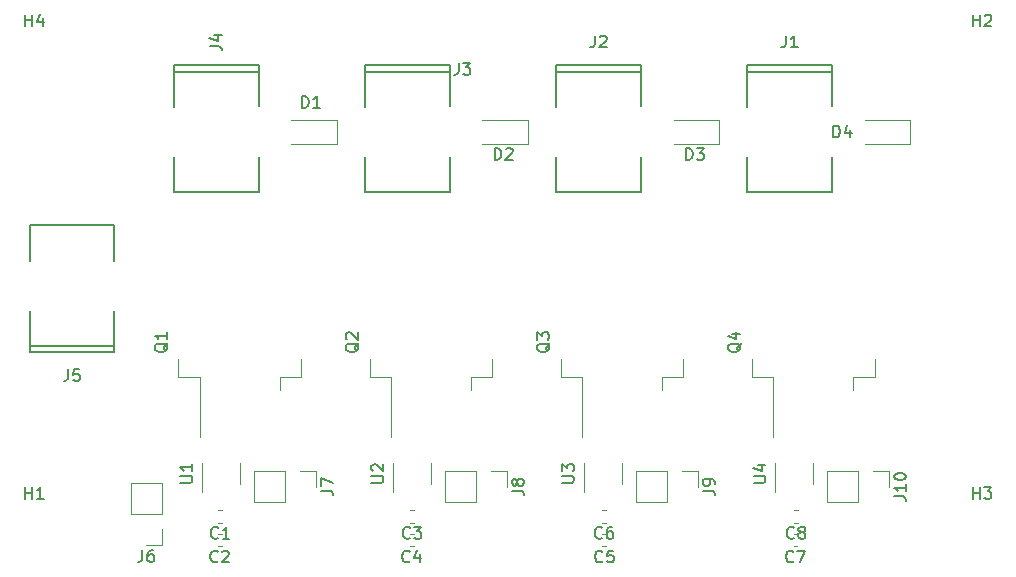
<source format=gto>
G04 #@! TF.GenerationSoftware,KiCad,Pcbnew,5.0.1-33cea8e~68~ubuntu16.04.1*
G04 #@! TF.CreationDate,2019-04-14T12:12:49-04:00*
G04 #@! TF.ProjectId,fieldeffector,6669656C646566666563746F722E6B69,rev?*
G04 #@! TF.SameCoordinates,Original*
G04 #@! TF.FileFunction,Legend,Top*
G04 #@! TF.FilePolarity,Positive*
%FSLAX46Y46*%
G04 Gerber Fmt 4.6, Leading zero omitted, Abs format (unit mm)*
G04 Created by KiCad (PCBNEW 5.0.1-33cea8e~68~ubuntu16.04.1) date Sun 14 Apr 2019 12:12:49 EDT*
%MOMM*%
%LPD*%
G01*
G04 APERTURE LIST*
%ADD10C,0.150000*%
%ADD11C,0.120000*%
G04 APERTURE END LIST*
D10*
G04 #@! TO.C,J3*
X108597660Y-98365320D02*
X108597660Y-95385900D01*
X101439940Y-88164680D02*
X101439940Y-91144100D01*
X108597660Y-88164680D02*
X101439940Y-88164680D01*
X108597660Y-91085680D02*
X108597660Y-88164680D01*
X101439940Y-98365320D02*
X108597660Y-98365320D01*
X101439940Y-95385900D02*
X101439940Y-98365320D01*
X101439940Y-87616040D02*
X101439940Y-88164680D01*
X108597660Y-87616040D02*
X101439940Y-87616040D01*
X108597660Y-88164680D02*
X108597660Y-87616040D01*
G04 #@! TO.C,J2*
X124777660Y-98365320D02*
X124777660Y-95385900D01*
X117619940Y-88164680D02*
X117619940Y-91144100D01*
X124777660Y-88164680D02*
X117619940Y-88164680D01*
X124777660Y-91085680D02*
X124777660Y-88164680D01*
X117619940Y-98365320D02*
X124777660Y-98365320D01*
X117619940Y-95385900D02*
X117619940Y-98365320D01*
X117619940Y-87616040D02*
X117619940Y-88164680D01*
X124777660Y-87616040D02*
X117619940Y-87616040D01*
X124777660Y-88164680D02*
X124777660Y-87616040D01*
G04 #@! TO.C,J5*
X73039940Y-101164680D02*
X73039940Y-104144100D01*
X80197660Y-111365320D02*
X80197660Y-108385900D01*
X73039940Y-111365320D02*
X80197660Y-111365320D01*
X73039940Y-108444320D02*
X73039940Y-111365320D01*
X80197660Y-101164680D02*
X73039940Y-101164680D01*
X80197660Y-104144100D02*
X80197660Y-101164680D01*
X80197660Y-111913960D02*
X80197660Y-111365320D01*
X73039940Y-111913960D02*
X80197660Y-111913960D01*
X73039940Y-111365320D02*
X73039940Y-111913960D01*
D11*
G04 #@! TO.C,Q4*
X142750000Y-113990000D02*
X142750000Y-115090000D01*
X144560000Y-113990000D02*
X142750000Y-113990000D01*
X144560000Y-112490000D02*
X144560000Y-113990000D01*
X135970000Y-113990000D02*
X135970000Y-119115000D01*
X134160000Y-113990000D02*
X135970000Y-113990000D01*
X134160000Y-112490000D02*
X134160000Y-113990000D01*
G04 #@! TO.C,Q3*
X126570000Y-113990000D02*
X126570000Y-115090000D01*
X128380000Y-113990000D02*
X126570000Y-113990000D01*
X128380000Y-112490000D02*
X128380000Y-113990000D01*
X119790000Y-113990000D02*
X119790000Y-119115000D01*
X117980000Y-113990000D02*
X119790000Y-113990000D01*
X117980000Y-112490000D02*
X117980000Y-113990000D01*
G04 #@! TO.C,Q2*
X110390000Y-113990000D02*
X110390000Y-115090000D01*
X112200000Y-113990000D02*
X110390000Y-113990000D01*
X112200000Y-112490000D02*
X112200000Y-113990000D01*
X103610000Y-113990000D02*
X103610000Y-119115000D01*
X101800000Y-113990000D02*
X103610000Y-113990000D01*
X101800000Y-112490000D02*
X101800000Y-113990000D01*
G04 #@! TO.C,Q1*
X94210000Y-113990000D02*
X94210000Y-115090000D01*
X96020000Y-113990000D02*
X94210000Y-113990000D01*
X96020000Y-112490000D02*
X96020000Y-113990000D01*
X87430000Y-113990000D02*
X87430000Y-119115000D01*
X85620000Y-113990000D02*
X87430000Y-113990000D01*
X85620000Y-112490000D02*
X85620000Y-113990000D01*
G04 #@! TO.C,U4*
X136160000Y-121290000D02*
X136160000Y-123740000D01*
X139380000Y-123090000D02*
X139380000Y-121290000D01*
G04 #@! TO.C,U3*
X119945000Y-121290000D02*
X119945000Y-123740000D01*
X123165000Y-123090000D02*
X123165000Y-121290000D01*
G04 #@! TO.C,U2*
X103800000Y-121290000D02*
X103800000Y-123740000D01*
X107020000Y-123090000D02*
X107020000Y-121290000D01*
G04 #@! TO.C,U1*
X87620000Y-121290000D02*
X87620000Y-123740000D01*
X90840000Y-123090000D02*
X90840000Y-121290000D01*
G04 #@! TO.C,J8*
X113410000Y-121960000D02*
X113410000Y-123290000D01*
X112080000Y-121960000D02*
X113410000Y-121960000D01*
X110810000Y-121960000D02*
X110810000Y-124620000D01*
X110810000Y-124620000D02*
X108210000Y-124620000D01*
X110810000Y-121960000D02*
X108210000Y-121960000D01*
X108210000Y-121960000D02*
X108210000Y-124620000D01*
G04 #@! TO.C,J10*
X145770000Y-121960000D02*
X145770000Y-123290000D01*
X144440000Y-121960000D02*
X145770000Y-121960000D01*
X143170000Y-121960000D02*
X143170000Y-124620000D01*
X143170000Y-124620000D02*
X140570000Y-124620000D01*
X143170000Y-121960000D02*
X140570000Y-121960000D01*
X140570000Y-121960000D02*
X140570000Y-124620000D01*
G04 #@! TO.C,J9*
X129575000Y-121960000D02*
X129575000Y-123290000D01*
X128245000Y-121960000D02*
X129575000Y-121960000D01*
X126975000Y-121960000D02*
X126975000Y-124620000D01*
X126975000Y-124620000D02*
X124375000Y-124620000D01*
X126975000Y-121960000D02*
X124375000Y-121960000D01*
X124375000Y-121960000D02*
X124375000Y-124620000D01*
G04 #@! TO.C,J7*
X97230000Y-121960000D02*
X97230000Y-123290000D01*
X95900000Y-121960000D02*
X97230000Y-121960000D01*
X94630000Y-121960000D02*
X94630000Y-124620000D01*
X94630000Y-124620000D02*
X92030000Y-124620000D01*
X94630000Y-121960000D02*
X92030000Y-121960000D01*
X92030000Y-121960000D02*
X92030000Y-124620000D01*
G04 #@! TO.C,J6*
X84230000Y-128195000D02*
X82900000Y-128195000D01*
X84230000Y-126865000D02*
X84230000Y-128195000D01*
X84230000Y-125595000D02*
X81570000Y-125595000D01*
X81570000Y-125595000D02*
X81570000Y-122995000D01*
X84230000Y-125595000D02*
X84230000Y-122995000D01*
X84230000Y-122995000D02*
X81570000Y-122995000D01*
G04 #@! TO.C,C1*
X89312779Y-125305000D02*
X88987221Y-125305000D01*
X89312779Y-126325000D02*
X88987221Y-126325000D01*
G04 #@! TO.C,C2*
X89275279Y-127305000D02*
X88949721Y-127305000D01*
X89275279Y-128325000D02*
X88949721Y-128325000D01*
G04 #@! TO.C,C3*
X105562779Y-125305000D02*
X105237221Y-125305000D01*
X105562779Y-126325000D02*
X105237221Y-126325000D01*
G04 #@! TO.C,C4*
X105525279Y-127305000D02*
X105199721Y-127305000D01*
X105525279Y-128325000D02*
X105199721Y-128325000D01*
G04 #@! TO.C,C5*
X121850279Y-127305000D02*
X121524721Y-127305000D01*
X121850279Y-128325000D02*
X121524721Y-128325000D01*
G04 #@! TO.C,C6*
X121812779Y-125305000D02*
X121487221Y-125305000D01*
X121812779Y-126325000D02*
X121487221Y-126325000D01*
G04 #@! TO.C,C7*
X138025279Y-127305000D02*
X137699721Y-127305000D01*
X138025279Y-128325000D02*
X137699721Y-128325000D01*
G04 #@! TO.C,C8*
X138062779Y-125305000D02*
X137737221Y-125305000D01*
X138062779Y-126325000D02*
X137737221Y-126325000D01*
D10*
G04 #@! TO.C,J4*
X92417660Y-98365320D02*
X92417660Y-95385900D01*
X85259940Y-88164680D02*
X85259940Y-91144100D01*
X92417660Y-88164680D02*
X85259940Y-88164680D01*
X92417660Y-91085680D02*
X92417660Y-88164680D01*
X85259940Y-98365320D02*
X92417660Y-98365320D01*
X85259940Y-95385900D02*
X85259940Y-98365320D01*
X85259940Y-87616040D02*
X85259940Y-88164680D01*
X92417660Y-87616040D02*
X85259940Y-87616040D01*
X92417660Y-88164680D02*
X92417660Y-87616040D01*
D11*
G04 #@! TO.C,D1*
X99020000Y-94265000D02*
X95170000Y-94265000D01*
X99020000Y-92265000D02*
X95170000Y-92265000D01*
X99020000Y-94265000D02*
X99020000Y-92265000D01*
G04 #@! TO.C,D4*
X147600000Y-94265000D02*
X143750000Y-94265000D01*
X147600000Y-92265000D02*
X143750000Y-92265000D01*
X147600000Y-94265000D02*
X147600000Y-92265000D01*
G04 #@! TO.C,D2*
X115200000Y-94265000D02*
X111350000Y-94265000D01*
X115200000Y-92265000D02*
X111350000Y-92265000D01*
X115200000Y-94265000D02*
X115200000Y-92265000D01*
G04 #@! TO.C,D3*
X131400000Y-94265000D02*
X127550000Y-94265000D01*
X131400000Y-92265000D02*
X127550000Y-92265000D01*
X131400000Y-94265000D02*
X131400000Y-92265000D01*
D10*
G04 #@! TO.C,J1*
X140957660Y-98365320D02*
X140957660Y-95385900D01*
X133799940Y-88164680D02*
X133799940Y-91144100D01*
X140957660Y-88164680D02*
X133799940Y-88164680D01*
X140957660Y-91085680D02*
X140957660Y-88164680D01*
X133799940Y-98365320D02*
X140957660Y-98365320D01*
X133799940Y-95385900D02*
X133799940Y-98365320D01*
X133799940Y-87616040D02*
X133799940Y-88164680D01*
X140957660Y-87616040D02*
X133799940Y-87616040D01*
X140957660Y-88164680D02*
X140957660Y-87616040D01*
G04 #@! TO.C,H3*
X152888095Y-124317380D02*
X152888095Y-123317380D01*
X152888095Y-123793571D02*
X153459523Y-123793571D01*
X153459523Y-124317380D02*
X153459523Y-123317380D01*
X153840476Y-123317380D02*
X154459523Y-123317380D01*
X154126190Y-123698333D01*
X154269047Y-123698333D01*
X154364285Y-123745952D01*
X154411904Y-123793571D01*
X154459523Y-123888809D01*
X154459523Y-124126904D01*
X154411904Y-124222142D01*
X154364285Y-124269761D01*
X154269047Y-124317380D01*
X153983333Y-124317380D01*
X153888095Y-124269761D01*
X153840476Y-124222142D01*
G04 #@! TO.C,H2*
X152888095Y-84317380D02*
X152888095Y-83317380D01*
X152888095Y-83793571D02*
X153459523Y-83793571D01*
X153459523Y-84317380D02*
X153459523Y-83317380D01*
X153888095Y-83412619D02*
X153935714Y-83365000D01*
X154030952Y-83317380D01*
X154269047Y-83317380D01*
X154364285Y-83365000D01*
X154411904Y-83412619D01*
X154459523Y-83507857D01*
X154459523Y-83603095D01*
X154411904Y-83745952D01*
X153840476Y-84317380D01*
X154459523Y-84317380D01*
G04 #@! TO.C,H1*
X72638095Y-124317380D02*
X72638095Y-123317380D01*
X72638095Y-123793571D02*
X73209523Y-123793571D01*
X73209523Y-124317380D02*
X73209523Y-123317380D01*
X74209523Y-124317380D02*
X73638095Y-124317380D01*
X73923809Y-124317380D02*
X73923809Y-123317380D01*
X73828571Y-123460238D01*
X73733333Y-123555476D01*
X73638095Y-123603095D01*
G04 #@! TO.C,H4*
X72638095Y-84317380D02*
X72638095Y-83317380D01*
X72638095Y-83793571D02*
X73209523Y-83793571D01*
X73209523Y-84317380D02*
X73209523Y-83317380D01*
X74114285Y-83650714D02*
X74114285Y-84317380D01*
X73876190Y-83269761D02*
X73638095Y-83984047D01*
X74257142Y-83984047D01*
G04 #@! TO.C,J3*
X109339266Y-87417380D02*
X109339266Y-88131666D01*
X109291647Y-88274523D01*
X109196409Y-88369761D01*
X109053552Y-88417380D01*
X108958314Y-88417380D01*
X109720219Y-87417380D02*
X110339266Y-87417380D01*
X110005933Y-87798333D01*
X110148790Y-87798333D01*
X110244028Y-87845952D01*
X110291647Y-87893571D01*
X110339266Y-87988809D01*
X110339266Y-88226904D01*
X110291647Y-88322142D01*
X110244028Y-88369761D01*
X110148790Y-88417380D01*
X109863076Y-88417380D01*
X109767838Y-88369761D01*
X109720219Y-88322142D01*
G04 #@! TO.C,J2*
X120865466Y-85097380D02*
X120865466Y-85811666D01*
X120817847Y-85954523D01*
X120722609Y-86049761D01*
X120579752Y-86097380D01*
X120484514Y-86097380D01*
X121294038Y-85192619D02*
X121341657Y-85145000D01*
X121436895Y-85097380D01*
X121674990Y-85097380D01*
X121770228Y-85145000D01*
X121817847Y-85192619D01*
X121865466Y-85287857D01*
X121865466Y-85383095D01*
X121817847Y-85525952D01*
X121246419Y-86097380D01*
X121865466Y-86097380D01*
G04 #@! TO.C,J5*
X76285466Y-113337380D02*
X76285466Y-114051666D01*
X76237847Y-114194523D01*
X76142609Y-114289761D01*
X75999752Y-114337380D01*
X75904514Y-114337380D01*
X77237847Y-113337380D02*
X76761657Y-113337380D01*
X76714038Y-113813571D01*
X76761657Y-113765952D01*
X76856895Y-113718333D01*
X77094990Y-113718333D01*
X77190228Y-113765952D01*
X77237847Y-113813571D01*
X77285466Y-113908809D01*
X77285466Y-114146904D01*
X77237847Y-114242142D01*
X77190228Y-114289761D01*
X77094990Y-114337380D01*
X76856895Y-114337380D01*
X76761657Y-114289761D01*
X76714038Y-114242142D01*
G04 #@! TO.C,Q4*
X133257619Y-111135238D02*
X133210000Y-111230476D01*
X133114761Y-111325714D01*
X132971904Y-111468571D01*
X132924285Y-111563809D01*
X132924285Y-111659047D01*
X133162380Y-111611428D02*
X133114761Y-111706666D01*
X133019523Y-111801904D01*
X132829047Y-111849523D01*
X132495714Y-111849523D01*
X132305238Y-111801904D01*
X132210000Y-111706666D01*
X132162380Y-111611428D01*
X132162380Y-111420952D01*
X132210000Y-111325714D01*
X132305238Y-111230476D01*
X132495714Y-111182857D01*
X132829047Y-111182857D01*
X133019523Y-111230476D01*
X133114761Y-111325714D01*
X133162380Y-111420952D01*
X133162380Y-111611428D01*
X132495714Y-110325714D02*
X133162380Y-110325714D01*
X132114761Y-110563809D02*
X132829047Y-110801904D01*
X132829047Y-110182857D01*
G04 #@! TO.C,Q3*
X117077619Y-111135238D02*
X117030000Y-111230476D01*
X116934761Y-111325714D01*
X116791904Y-111468571D01*
X116744285Y-111563809D01*
X116744285Y-111659047D01*
X116982380Y-111611428D02*
X116934761Y-111706666D01*
X116839523Y-111801904D01*
X116649047Y-111849523D01*
X116315714Y-111849523D01*
X116125238Y-111801904D01*
X116030000Y-111706666D01*
X115982380Y-111611428D01*
X115982380Y-111420952D01*
X116030000Y-111325714D01*
X116125238Y-111230476D01*
X116315714Y-111182857D01*
X116649047Y-111182857D01*
X116839523Y-111230476D01*
X116934761Y-111325714D01*
X116982380Y-111420952D01*
X116982380Y-111611428D01*
X115982380Y-110849523D02*
X115982380Y-110230476D01*
X116363333Y-110563809D01*
X116363333Y-110420952D01*
X116410952Y-110325714D01*
X116458571Y-110278095D01*
X116553809Y-110230476D01*
X116791904Y-110230476D01*
X116887142Y-110278095D01*
X116934761Y-110325714D01*
X116982380Y-110420952D01*
X116982380Y-110706666D01*
X116934761Y-110801904D01*
X116887142Y-110849523D01*
G04 #@! TO.C,Q2*
X100897619Y-111135238D02*
X100850000Y-111230476D01*
X100754761Y-111325714D01*
X100611904Y-111468571D01*
X100564285Y-111563809D01*
X100564285Y-111659047D01*
X100802380Y-111611428D02*
X100754761Y-111706666D01*
X100659523Y-111801904D01*
X100469047Y-111849523D01*
X100135714Y-111849523D01*
X99945238Y-111801904D01*
X99850000Y-111706666D01*
X99802380Y-111611428D01*
X99802380Y-111420952D01*
X99850000Y-111325714D01*
X99945238Y-111230476D01*
X100135714Y-111182857D01*
X100469047Y-111182857D01*
X100659523Y-111230476D01*
X100754761Y-111325714D01*
X100802380Y-111420952D01*
X100802380Y-111611428D01*
X99897619Y-110801904D02*
X99850000Y-110754285D01*
X99802380Y-110659047D01*
X99802380Y-110420952D01*
X99850000Y-110325714D01*
X99897619Y-110278095D01*
X99992857Y-110230476D01*
X100088095Y-110230476D01*
X100230952Y-110278095D01*
X100802380Y-110849523D01*
X100802380Y-110230476D01*
G04 #@! TO.C,Q1*
X84717619Y-111135238D02*
X84670000Y-111230476D01*
X84574761Y-111325714D01*
X84431904Y-111468571D01*
X84384285Y-111563809D01*
X84384285Y-111659047D01*
X84622380Y-111611428D02*
X84574761Y-111706666D01*
X84479523Y-111801904D01*
X84289047Y-111849523D01*
X83955714Y-111849523D01*
X83765238Y-111801904D01*
X83670000Y-111706666D01*
X83622380Y-111611428D01*
X83622380Y-111420952D01*
X83670000Y-111325714D01*
X83765238Y-111230476D01*
X83955714Y-111182857D01*
X84289047Y-111182857D01*
X84479523Y-111230476D01*
X84574761Y-111325714D01*
X84622380Y-111420952D01*
X84622380Y-111611428D01*
X84622380Y-110230476D02*
X84622380Y-110801904D01*
X84622380Y-110516190D02*
X83622380Y-110516190D01*
X83765238Y-110611428D01*
X83860476Y-110706666D01*
X83908095Y-110801904D01*
G04 #@! TO.C,U4*
X134322380Y-122951904D02*
X135131904Y-122951904D01*
X135227142Y-122904285D01*
X135274761Y-122856666D01*
X135322380Y-122761428D01*
X135322380Y-122570952D01*
X135274761Y-122475714D01*
X135227142Y-122428095D01*
X135131904Y-122380476D01*
X134322380Y-122380476D01*
X134655714Y-121475714D02*
X135322380Y-121475714D01*
X134274761Y-121713809D02*
X134989047Y-121951904D01*
X134989047Y-121332857D01*
G04 #@! TO.C,U3*
X118107380Y-122951904D02*
X118916904Y-122951904D01*
X119012142Y-122904285D01*
X119059761Y-122856666D01*
X119107380Y-122761428D01*
X119107380Y-122570952D01*
X119059761Y-122475714D01*
X119012142Y-122428095D01*
X118916904Y-122380476D01*
X118107380Y-122380476D01*
X118107380Y-121999523D02*
X118107380Y-121380476D01*
X118488333Y-121713809D01*
X118488333Y-121570952D01*
X118535952Y-121475714D01*
X118583571Y-121428095D01*
X118678809Y-121380476D01*
X118916904Y-121380476D01*
X119012142Y-121428095D01*
X119059761Y-121475714D01*
X119107380Y-121570952D01*
X119107380Y-121856666D01*
X119059761Y-121951904D01*
X119012142Y-121999523D01*
G04 #@! TO.C,U2*
X101962380Y-122951904D02*
X102771904Y-122951904D01*
X102867142Y-122904285D01*
X102914761Y-122856666D01*
X102962380Y-122761428D01*
X102962380Y-122570952D01*
X102914761Y-122475714D01*
X102867142Y-122428095D01*
X102771904Y-122380476D01*
X101962380Y-122380476D01*
X102057619Y-121951904D02*
X102010000Y-121904285D01*
X101962380Y-121809047D01*
X101962380Y-121570952D01*
X102010000Y-121475714D01*
X102057619Y-121428095D01*
X102152857Y-121380476D01*
X102248095Y-121380476D01*
X102390952Y-121428095D01*
X102962380Y-121999523D01*
X102962380Y-121380476D01*
G04 #@! TO.C,U1*
X85782380Y-122951904D02*
X86591904Y-122951904D01*
X86687142Y-122904285D01*
X86734761Y-122856666D01*
X86782380Y-122761428D01*
X86782380Y-122570952D01*
X86734761Y-122475714D01*
X86687142Y-122428095D01*
X86591904Y-122380476D01*
X85782380Y-122380476D01*
X86782380Y-121380476D02*
X86782380Y-121951904D01*
X86782380Y-121666190D02*
X85782380Y-121666190D01*
X85925238Y-121761428D01*
X86020476Y-121856666D01*
X86068095Y-121951904D01*
G04 #@! TO.C,J8*
X113862380Y-123623333D02*
X114576666Y-123623333D01*
X114719523Y-123670952D01*
X114814761Y-123766190D01*
X114862380Y-123909047D01*
X114862380Y-124004285D01*
X114290952Y-123004285D02*
X114243333Y-123099523D01*
X114195714Y-123147142D01*
X114100476Y-123194761D01*
X114052857Y-123194761D01*
X113957619Y-123147142D01*
X113910000Y-123099523D01*
X113862380Y-123004285D01*
X113862380Y-122813809D01*
X113910000Y-122718571D01*
X113957619Y-122670952D01*
X114052857Y-122623333D01*
X114100476Y-122623333D01*
X114195714Y-122670952D01*
X114243333Y-122718571D01*
X114290952Y-122813809D01*
X114290952Y-123004285D01*
X114338571Y-123099523D01*
X114386190Y-123147142D01*
X114481428Y-123194761D01*
X114671904Y-123194761D01*
X114767142Y-123147142D01*
X114814761Y-123099523D01*
X114862380Y-123004285D01*
X114862380Y-122813809D01*
X114814761Y-122718571D01*
X114767142Y-122670952D01*
X114671904Y-122623333D01*
X114481428Y-122623333D01*
X114386190Y-122670952D01*
X114338571Y-122718571D01*
X114290952Y-122813809D01*
G04 #@! TO.C,J10*
X146222380Y-124099523D02*
X146936666Y-124099523D01*
X147079523Y-124147142D01*
X147174761Y-124242380D01*
X147222380Y-124385238D01*
X147222380Y-124480476D01*
X147222380Y-123099523D02*
X147222380Y-123670952D01*
X147222380Y-123385238D02*
X146222380Y-123385238D01*
X146365238Y-123480476D01*
X146460476Y-123575714D01*
X146508095Y-123670952D01*
X146222380Y-122480476D02*
X146222380Y-122385238D01*
X146270000Y-122290000D01*
X146317619Y-122242380D01*
X146412857Y-122194761D01*
X146603333Y-122147142D01*
X146841428Y-122147142D01*
X147031904Y-122194761D01*
X147127142Y-122242380D01*
X147174761Y-122290000D01*
X147222380Y-122385238D01*
X147222380Y-122480476D01*
X147174761Y-122575714D01*
X147127142Y-122623333D01*
X147031904Y-122670952D01*
X146841428Y-122718571D01*
X146603333Y-122718571D01*
X146412857Y-122670952D01*
X146317619Y-122623333D01*
X146270000Y-122575714D01*
X146222380Y-122480476D01*
G04 #@! TO.C,J9*
X130027380Y-123623333D02*
X130741666Y-123623333D01*
X130884523Y-123670952D01*
X130979761Y-123766190D01*
X131027380Y-123909047D01*
X131027380Y-124004285D01*
X131027380Y-123099523D02*
X131027380Y-122909047D01*
X130979761Y-122813809D01*
X130932142Y-122766190D01*
X130789285Y-122670952D01*
X130598809Y-122623333D01*
X130217857Y-122623333D01*
X130122619Y-122670952D01*
X130075000Y-122718571D01*
X130027380Y-122813809D01*
X130027380Y-123004285D01*
X130075000Y-123099523D01*
X130122619Y-123147142D01*
X130217857Y-123194761D01*
X130455952Y-123194761D01*
X130551190Y-123147142D01*
X130598809Y-123099523D01*
X130646428Y-123004285D01*
X130646428Y-122813809D01*
X130598809Y-122718571D01*
X130551190Y-122670952D01*
X130455952Y-122623333D01*
G04 #@! TO.C,J7*
X97682380Y-123623333D02*
X98396666Y-123623333D01*
X98539523Y-123670952D01*
X98634761Y-123766190D01*
X98682380Y-123909047D01*
X98682380Y-124004285D01*
X97682380Y-123242380D02*
X97682380Y-122575714D01*
X98682380Y-123004285D01*
G04 #@! TO.C,J6*
X82566666Y-128647380D02*
X82566666Y-129361666D01*
X82519047Y-129504523D01*
X82423809Y-129599761D01*
X82280952Y-129647380D01*
X82185714Y-129647380D01*
X83471428Y-128647380D02*
X83280952Y-128647380D01*
X83185714Y-128695000D01*
X83138095Y-128742619D01*
X83042857Y-128885476D01*
X82995238Y-129075952D01*
X82995238Y-129456904D01*
X83042857Y-129552142D01*
X83090476Y-129599761D01*
X83185714Y-129647380D01*
X83376190Y-129647380D01*
X83471428Y-129599761D01*
X83519047Y-129552142D01*
X83566666Y-129456904D01*
X83566666Y-129218809D01*
X83519047Y-129123571D01*
X83471428Y-129075952D01*
X83376190Y-129028333D01*
X83185714Y-129028333D01*
X83090476Y-129075952D01*
X83042857Y-129123571D01*
X82995238Y-129218809D01*
G04 #@! TO.C,C1*
X88983333Y-127602142D02*
X88935714Y-127649761D01*
X88792857Y-127697380D01*
X88697619Y-127697380D01*
X88554761Y-127649761D01*
X88459523Y-127554523D01*
X88411904Y-127459285D01*
X88364285Y-127268809D01*
X88364285Y-127125952D01*
X88411904Y-126935476D01*
X88459523Y-126840238D01*
X88554761Y-126745000D01*
X88697619Y-126697380D01*
X88792857Y-126697380D01*
X88935714Y-126745000D01*
X88983333Y-126792619D01*
X89935714Y-127697380D02*
X89364285Y-127697380D01*
X89650000Y-127697380D02*
X89650000Y-126697380D01*
X89554761Y-126840238D01*
X89459523Y-126935476D01*
X89364285Y-126983095D01*
G04 #@! TO.C,C2*
X88945833Y-129602142D02*
X88898214Y-129649761D01*
X88755357Y-129697380D01*
X88660119Y-129697380D01*
X88517261Y-129649761D01*
X88422023Y-129554523D01*
X88374404Y-129459285D01*
X88326785Y-129268809D01*
X88326785Y-129125952D01*
X88374404Y-128935476D01*
X88422023Y-128840238D01*
X88517261Y-128745000D01*
X88660119Y-128697380D01*
X88755357Y-128697380D01*
X88898214Y-128745000D01*
X88945833Y-128792619D01*
X89326785Y-128792619D02*
X89374404Y-128745000D01*
X89469642Y-128697380D01*
X89707738Y-128697380D01*
X89802976Y-128745000D01*
X89850595Y-128792619D01*
X89898214Y-128887857D01*
X89898214Y-128983095D01*
X89850595Y-129125952D01*
X89279166Y-129697380D01*
X89898214Y-129697380D01*
G04 #@! TO.C,C3*
X105233333Y-127602142D02*
X105185714Y-127649761D01*
X105042857Y-127697380D01*
X104947619Y-127697380D01*
X104804761Y-127649761D01*
X104709523Y-127554523D01*
X104661904Y-127459285D01*
X104614285Y-127268809D01*
X104614285Y-127125952D01*
X104661904Y-126935476D01*
X104709523Y-126840238D01*
X104804761Y-126745000D01*
X104947619Y-126697380D01*
X105042857Y-126697380D01*
X105185714Y-126745000D01*
X105233333Y-126792619D01*
X105566666Y-126697380D02*
X106185714Y-126697380D01*
X105852380Y-127078333D01*
X105995238Y-127078333D01*
X106090476Y-127125952D01*
X106138095Y-127173571D01*
X106185714Y-127268809D01*
X106185714Y-127506904D01*
X106138095Y-127602142D01*
X106090476Y-127649761D01*
X105995238Y-127697380D01*
X105709523Y-127697380D01*
X105614285Y-127649761D01*
X105566666Y-127602142D01*
G04 #@! TO.C,C4*
X105195833Y-129602142D02*
X105148214Y-129649761D01*
X105005357Y-129697380D01*
X104910119Y-129697380D01*
X104767261Y-129649761D01*
X104672023Y-129554523D01*
X104624404Y-129459285D01*
X104576785Y-129268809D01*
X104576785Y-129125952D01*
X104624404Y-128935476D01*
X104672023Y-128840238D01*
X104767261Y-128745000D01*
X104910119Y-128697380D01*
X105005357Y-128697380D01*
X105148214Y-128745000D01*
X105195833Y-128792619D01*
X106052976Y-129030714D02*
X106052976Y-129697380D01*
X105814880Y-128649761D02*
X105576785Y-129364047D01*
X106195833Y-129364047D01*
G04 #@! TO.C,C5*
X121520833Y-129602142D02*
X121473214Y-129649761D01*
X121330357Y-129697380D01*
X121235119Y-129697380D01*
X121092261Y-129649761D01*
X120997023Y-129554523D01*
X120949404Y-129459285D01*
X120901785Y-129268809D01*
X120901785Y-129125952D01*
X120949404Y-128935476D01*
X120997023Y-128840238D01*
X121092261Y-128745000D01*
X121235119Y-128697380D01*
X121330357Y-128697380D01*
X121473214Y-128745000D01*
X121520833Y-128792619D01*
X122425595Y-128697380D02*
X121949404Y-128697380D01*
X121901785Y-129173571D01*
X121949404Y-129125952D01*
X122044642Y-129078333D01*
X122282738Y-129078333D01*
X122377976Y-129125952D01*
X122425595Y-129173571D01*
X122473214Y-129268809D01*
X122473214Y-129506904D01*
X122425595Y-129602142D01*
X122377976Y-129649761D01*
X122282738Y-129697380D01*
X122044642Y-129697380D01*
X121949404Y-129649761D01*
X121901785Y-129602142D01*
G04 #@! TO.C,C6*
X121483333Y-127602142D02*
X121435714Y-127649761D01*
X121292857Y-127697380D01*
X121197619Y-127697380D01*
X121054761Y-127649761D01*
X120959523Y-127554523D01*
X120911904Y-127459285D01*
X120864285Y-127268809D01*
X120864285Y-127125952D01*
X120911904Y-126935476D01*
X120959523Y-126840238D01*
X121054761Y-126745000D01*
X121197619Y-126697380D01*
X121292857Y-126697380D01*
X121435714Y-126745000D01*
X121483333Y-126792619D01*
X122340476Y-126697380D02*
X122150000Y-126697380D01*
X122054761Y-126745000D01*
X122007142Y-126792619D01*
X121911904Y-126935476D01*
X121864285Y-127125952D01*
X121864285Y-127506904D01*
X121911904Y-127602142D01*
X121959523Y-127649761D01*
X122054761Y-127697380D01*
X122245238Y-127697380D01*
X122340476Y-127649761D01*
X122388095Y-127602142D01*
X122435714Y-127506904D01*
X122435714Y-127268809D01*
X122388095Y-127173571D01*
X122340476Y-127125952D01*
X122245238Y-127078333D01*
X122054761Y-127078333D01*
X121959523Y-127125952D01*
X121911904Y-127173571D01*
X121864285Y-127268809D01*
G04 #@! TO.C,C7*
X137695833Y-129602142D02*
X137648214Y-129649761D01*
X137505357Y-129697380D01*
X137410119Y-129697380D01*
X137267261Y-129649761D01*
X137172023Y-129554523D01*
X137124404Y-129459285D01*
X137076785Y-129268809D01*
X137076785Y-129125952D01*
X137124404Y-128935476D01*
X137172023Y-128840238D01*
X137267261Y-128745000D01*
X137410119Y-128697380D01*
X137505357Y-128697380D01*
X137648214Y-128745000D01*
X137695833Y-128792619D01*
X138029166Y-128697380D02*
X138695833Y-128697380D01*
X138267261Y-129697380D01*
G04 #@! TO.C,C8*
X137733333Y-127602142D02*
X137685714Y-127649761D01*
X137542857Y-127697380D01*
X137447619Y-127697380D01*
X137304761Y-127649761D01*
X137209523Y-127554523D01*
X137161904Y-127459285D01*
X137114285Y-127268809D01*
X137114285Y-127125952D01*
X137161904Y-126935476D01*
X137209523Y-126840238D01*
X137304761Y-126745000D01*
X137447619Y-126697380D01*
X137542857Y-126697380D01*
X137685714Y-126745000D01*
X137733333Y-126792619D01*
X138304761Y-127125952D02*
X138209523Y-127078333D01*
X138161904Y-127030714D01*
X138114285Y-126935476D01*
X138114285Y-126887857D01*
X138161904Y-126792619D01*
X138209523Y-126745000D01*
X138304761Y-126697380D01*
X138495238Y-126697380D01*
X138590476Y-126745000D01*
X138638095Y-126792619D01*
X138685714Y-126887857D01*
X138685714Y-126935476D01*
X138638095Y-127030714D01*
X138590476Y-127078333D01*
X138495238Y-127125952D01*
X138304761Y-127125952D01*
X138209523Y-127173571D01*
X138161904Y-127221190D01*
X138114285Y-127316428D01*
X138114285Y-127506904D01*
X138161904Y-127602142D01*
X138209523Y-127649761D01*
X138304761Y-127697380D01*
X138495238Y-127697380D01*
X138590476Y-127649761D01*
X138638095Y-127602142D01*
X138685714Y-127506904D01*
X138685714Y-127316428D01*
X138638095Y-127221190D01*
X138590476Y-127173571D01*
X138495238Y-127125952D01*
G04 #@! TO.C,J4*
X88291180Y-85978333D02*
X89005466Y-85978333D01*
X89148323Y-86025952D01*
X89243561Y-86121190D01*
X89291180Y-86264047D01*
X89291180Y-86359285D01*
X88624514Y-85073571D02*
X89291180Y-85073571D01*
X88243561Y-85311666D02*
X88957847Y-85549761D01*
X88957847Y-84930714D01*
G04 #@! TO.C,D1*
X96081904Y-91217380D02*
X96081904Y-90217380D01*
X96320000Y-90217380D01*
X96462857Y-90265000D01*
X96558095Y-90360238D01*
X96605714Y-90455476D01*
X96653333Y-90645952D01*
X96653333Y-90788809D01*
X96605714Y-90979285D01*
X96558095Y-91074523D01*
X96462857Y-91169761D01*
X96320000Y-91217380D01*
X96081904Y-91217380D01*
X97605714Y-91217380D02*
X97034285Y-91217380D01*
X97320000Y-91217380D02*
X97320000Y-90217380D01*
X97224761Y-90360238D01*
X97129523Y-90455476D01*
X97034285Y-90503095D01*
G04 #@! TO.C,D4*
X141061904Y-93717380D02*
X141061904Y-92717380D01*
X141300000Y-92717380D01*
X141442857Y-92765000D01*
X141538095Y-92860238D01*
X141585714Y-92955476D01*
X141633333Y-93145952D01*
X141633333Y-93288809D01*
X141585714Y-93479285D01*
X141538095Y-93574523D01*
X141442857Y-93669761D01*
X141300000Y-93717380D01*
X141061904Y-93717380D01*
X142490476Y-93050714D02*
X142490476Y-93717380D01*
X142252380Y-92669761D02*
X142014285Y-93384047D01*
X142633333Y-93384047D01*
G04 #@! TO.C,D2*
X112388904Y-95622380D02*
X112388904Y-94622380D01*
X112627000Y-94622380D01*
X112769857Y-94670000D01*
X112865095Y-94765238D01*
X112912714Y-94860476D01*
X112960333Y-95050952D01*
X112960333Y-95193809D01*
X112912714Y-95384285D01*
X112865095Y-95479523D01*
X112769857Y-95574761D01*
X112627000Y-95622380D01*
X112388904Y-95622380D01*
X113341285Y-94717619D02*
X113388904Y-94670000D01*
X113484142Y-94622380D01*
X113722238Y-94622380D01*
X113817476Y-94670000D01*
X113865095Y-94717619D01*
X113912714Y-94812857D01*
X113912714Y-94908095D01*
X113865095Y-95050952D01*
X113293666Y-95622380D01*
X113912714Y-95622380D01*
G04 #@! TO.C,D3*
X128588904Y-95622380D02*
X128588904Y-94622380D01*
X128827000Y-94622380D01*
X128969857Y-94670000D01*
X129065095Y-94765238D01*
X129112714Y-94860476D01*
X129160333Y-95050952D01*
X129160333Y-95193809D01*
X129112714Y-95384285D01*
X129065095Y-95479523D01*
X128969857Y-95574761D01*
X128827000Y-95622380D01*
X128588904Y-95622380D01*
X129493666Y-94622380D02*
X130112714Y-94622380D01*
X129779380Y-95003333D01*
X129922238Y-95003333D01*
X130017476Y-95050952D01*
X130065095Y-95098571D01*
X130112714Y-95193809D01*
X130112714Y-95431904D01*
X130065095Y-95527142D01*
X130017476Y-95574761D01*
X129922238Y-95622380D01*
X129636523Y-95622380D01*
X129541285Y-95574761D01*
X129493666Y-95527142D01*
G04 #@! TO.C,J1*
X137045466Y-85097380D02*
X137045466Y-85811666D01*
X136997847Y-85954523D01*
X136902609Y-86049761D01*
X136759752Y-86097380D01*
X136664514Y-86097380D01*
X138045466Y-86097380D02*
X137474038Y-86097380D01*
X137759752Y-86097380D02*
X137759752Y-85097380D01*
X137664514Y-85240238D01*
X137569276Y-85335476D01*
X137474038Y-85383095D01*
G04 #@! TD*
M02*

</source>
